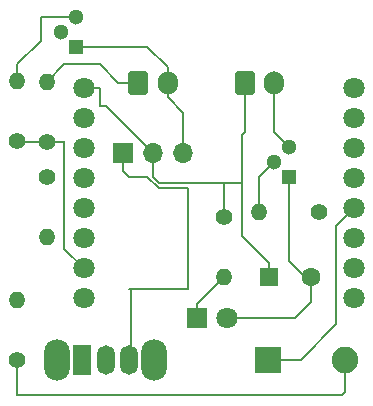
<source format=gbr>
%TF.GenerationSoftware,KiCad,Pcbnew,9.0.0*%
%TF.CreationDate,2025-05-01T09:51:15-03:00*%
%TF.ProjectId,Mini D1 Puck,4d696e69-2044-4312-9050-75636b2e6b69,rev?*%
%TF.SameCoordinates,Original*%
%TF.FileFunction,Copper,L1,Top*%
%TF.FilePolarity,Positive*%
%FSLAX46Y46*%
G04 Gerber Fmt 4.6, Leading zero omitted, Abs format (unit mm)*
G04 Created by KiCad (PCBNEW 9.0.0) date 2025-05-01 09:51:15*
%MOMM*%
%LPD*%
G01*
G04 APERTURE LIST*
G04 Aperture macros list*
%AMRoundRect*
0 Rectangle with rounded corners*
0 $1 Rounding radius*
0 $2 $3 $4 $5 $6 $7 $8 $9 X,Y pos of 4 corners*
0 Add a 4 corners polygon primitive as box body*
4,1,4,$2,$3,$4,$5,$6,$7,$8,$9,$2,$3,0*
0 Add four circle primitives for the rounded corners*
1,1,$1+$1,$2,$3*
1,1,$1+$1,$4,$5*
1,1,$1+$1,$6,$7*
1,1,$1+$1,$8,$9*
0 Add four rect primitives between the rounded corners*
20,1,$1+$1,$2,$3,$4,$5,0*
20,1,$1+$1,$4,$5,$6,$7,0*
20,1,$1+$1,$6,$7,$8,$9,0*
20,1,$1+$1,$8,$9,$2,$3,0*%
G04 Aperture macros list end*
%TA.AperFunction,ComponentPad*%
%ADD10C,1.400000*%
%TD*%
%TA.AperFunction,ComponentPad*%
%ADD11O,1.400000X1.400000*%
%TD*%
%TA.AperFunction,ComponentPad*%
%ADD12C,2.250000*%
%TD*%
%TA.AperFunction,ComponentPad*%
%ADD13R,2.250000X2.250000*%
%TD*%
%TA.AperFunction,ComponentPad*%
%ADD14R,1.300000X1.300000*%
%TD*%
%TA.AperFunction,ComponentPad*%
%ADD15C,1.300000*%
%TD*%
%TA.AperFunction,ComponentPad*%
%ADD16C,1.800000*%
%TD*%
%TA.AperFunction,ComponentPad*%
%ADD17O,2.200000X3.500000*%
%TD*%
%TA.AperFunction,ComponentPad*%
%ADD18R,1.500000X2.500000*%
%TD*%
%TA.AperFunction,ComponentPad*%
%ADD19O,1.500000X2.500000*%
%TD*%
%TA.AperFunction,ComponentPad*%
%ADD20R,1.800000X1.800000*%
%TD*%
%TA.AperFunction,ComponentPad*%
%ADD21RoundRect,0.250000X-0.600000X-0.750000X0.600000X-0.750000X0.600000X0.750000X-0.600000X0.750000X0*%
%TD*%
%TA.AperFunction,ComponentPad*%
%ADD22O,1.700000X2.000000*%
%TD*%
%TA.AperFunction,ComponentPad*%
%ADD23R,1.600000X1.600000*%
%TD*%
%TA.AperFunction,ComponentPad*%
%ADD24C,1.600000*%
%TD*%
%TA.AperFunction,ComponentPad*%
%ADD25R,1.700000X1.700000*%
%TD*%
%TA.AperFunction,ComponentPad*%
%ADD26O,1.700000X1.700000*%
%TD*%
%TA.AperFunction,Conductor*%
%ADD27C,0.200000*%
%TD*%
G04 APERTURE END LIST*
D10*
%TO.P,R6,1*%
%TO.N,N/C*%
X171500000Y-83000000D03*
D11*
%TO.P,R6,2*%
X171500000Y-77920000D03*
%TD*%
D12*
%TO.P,SW2,2*%
%TO.N,N/C*%
X199250000Y-83000000D03*
D13*
%TO.P,SW2,1*%
X192750000Y-83000000D03*
%TD*%
D11*
%TO.P,R5,2*%
%TO.N,N/C*%
X174000000Y-72580000D03*
D10*
%TO.P,R5,1*%
X174000000Y-67500000D03*
%TD*%
D14*
%TO.P,Q2,1*%
%TO.N,N/C*%
X176500000Y-56500000D03*
D15*
%TO.P,Q2,2*%
X175230000Y-55230000D03*
%TO.P,Q2,3*%
X176500000Y-53960000D03*
%TD*%
D14*
%TO.P,Q1,1*%
%TO.N,N/C*%
X194500000Y-67500000D03*
D15*
%TO.P,Q1,2*%
X193230000Y-66230000D03*
%TO.P,Q1,3*%
X194500000Y-64960000D03*
%TD*%
D16*
%TO.P,U1,1*%
%TO.N,N/C*%
X177140000Y-77780000D03*
%TO.P,U1,2*%
X177140000Y-75240000D03*
%TO.P,U1,3*%
X177140000Y-72700000D03*
%TO.P,U1,4*%
X177140000Y-70160000D03*
%TO.P,U1,5*%
X177140000Y-67620000D03*
%TO.P,U1,6*%
X177140000Y-65080000D03*
%TO.P,U1,7*%
X177140000Y-62540000D03*
%TO.P,U1,8*%
X177140000Y-60000000D03*
%TO.P,U1,9*%
X200000000Y-60000000D03*
%TO.P,U1,10*%
X200000000Y-62540000D03*
%TO.P,U1,11*%
X200000000Y-65080000D03*
%TO.P,U1,12*%
X200000000Y-67620000D03*
%TO.P,U1,13*%
X200000000Y-70160000D03*
%TO.P,U1,14*%
X200000000Y-72700000D03*
%TO.P,U1,15*%
X200000000Y-75240000D03*
%TO.P,U1,16*%
X200000000Y-77780000D03*
%TD*%
D17*
%TO.P,SW1,*%
%TO.N,*%
X174900000Y-83000000D03*
X183100000Y-83000000D03*
D18*
%TO.P,SW1,1*%
%TO.N,N/C*%
X177000000Y-83000000D03*
D19*
%TO.P,SW1,2*%
X179000000Y-83000000D03*
%TO.P,SW1,3*%
X181000000Y-83000000D03*
%TD*%
D10*
%TO.P,R3,1*%
%TO.N,N/C*%
X174000000Y-64540000D03*
D11*
%TO.P,R3,2*%
X174000000Y-59460000D03*
%TD*%
D20*
%TO.P,D1,1*%
%TO.N,N/C*%
X186730000Y-79500000D03*
D16*
%TO.P,D1,2*%
X189270000Y-79500000D03*
%TD*%
D10*
%TO.P,R2,1*%
%TO.N,N/C*%
X189000000Y-70960000D03*
D11*
%TO.P,R2,2*%
X189000000Y-76040000D03*
%TD*%
D21*
%TO.P,B,1*%
%TO.N,N/C*%
X181750000Y-59532500D03*
D22*
%TO.P,B,2*%
X184250000Y-59532500D03*
%TD*%
D23*
%TO.P,C1,1*%
%TO.N,N/C*%
X192847349Y-76000000D03*
D24*
%TO.P,C1,2*%
X196347349Y-76000000D03*
%TD*%
D25*
%TO.P,J1,1*%
%TO.N,N/C*%
X180500000Y-65500000D03*
D26*
%TO.P,J1,2*%
X183040000Y-65500000D03*
%TO.P,J1,3*%
X185580000Y-65500000D03*
%TD*%
D21*
%TO.P,M,1*%
%TO.N,N/C*%
X190750000Y-59532500D03*
D22*
%TO.P,M,2*%
X193250000Y-59532500D03*
%TD*%
D10*
%TO.P,R4,1*%
%TO.N,N/C*%
X171500000Y-64500000D03*
D11*
%TO.P,R4,2*%
X171500000Y-59420000D03*
%TD*%
D10*
%TO.P,R1,1*%
%TO.N,N/C*%
X197040000Y-70500000D03*
D11*
%TO.P,R1,2*%
X191960000Y-70500000D03*
%TD*%
D27*
%TO.N,*%
X174000000Y-59460000D02*
X175460000Y-58000000D01*
X180032500Y-59532500D02*
X181750000Y-59532500D01*
X175460000Y-58000000D02*
X178500000Y-58000000D01*
X178500000Y-58000000D02*
X180032500Y-59532500D01*
X178500000Y-60000000D02*
X178500000Y-61500000D01*
X178500000Y-61500000D02*
X179040000Y-61500000D01*
X179040000Y-61500000D02*
X183040000Y-65500000D01*
X177140000Y-60000000D02*
X178500000Y-60000000D01*
X198500000Y-80000000D02*
X198500000Y-71660000D01*
X198500000Y-71660000D02*
X200000000Y-70160000D01*
X199740000Y-75500000D02*
X200000000Y-75240000D01*
X192750000Y-83000000D02*
X195500000Y-83000000D01*
X195500000Y-83000000D02*
X198500000Y-80000000D01*
X199250000Y-83000000D02*
X199250000Y-85750000D01*
X199000000Y-86000000D02*
X171500000Y-86000000D01*
X199250000Y-85750000D02*
X199000000Y-86000000D01*
X171500000Y-86000000D02*
X171500000Y-83000000D01*
X171500000Y-58000000D02*
X173500000Y-56000000D01*
X184250000Y-60750000D02*
X185580000Y-62080000D01*
X185580000Y-62080000D02*
X185580000Y-65500000D01*
X189000000Y-68000000D02*
X190500000Y-68000000D01*
X189000000Y-68000000D02*
X189000000Y-70960000D01*
X190500000Y-72500000D02*
X190500000Y-68000000D01*
X181100000Y-77100000D02*
X181100000Y-81900000D01*
X172040000Y-64540000D02*
X174000000Y-64540000D01*
X193250000Y-59532500D02*
X193250000Y-63710000D01*
X190500000Y-72500000D02*
X192847349Y-74847349D01*
X186000000Y-77000000D02*
X181000000Y-77000000D01*
X183040000Y-67540000D02*
X183500000Y-68000000D01*
X193230000Y-66230000D02*
X191960000Y-67500000D01*
X190500000Y-64000000D02*
X190750000Y-63750000D01*
X175460000Y-64540000D02*
X175500000Y-64500000D01*
X174000000Y-64540000D02*
X175460000Y-64540000D01*
X181000000Y-77000000D02*
X181100000Y-77100000D01*
X180500000Y-65500000D02*
X180500000Y-67000000D01*
X171500000Y-59420000D02*
X171500000Y-58000000D01*
X180500000Y-67000000D02*
X181000000Y-67500000D01*
X189000000Y-76040000D02*
X186730000Y-78310000D01*
X181100000Y-81900000D02*
X181000000Y-82000000D01*
X184250000Y-58250000D02*
X184250000Y-59532500D01*
X194500000Y-74652651D02*
X196347349Y-76500000D01*
X190750000Y-63750000D02*
X190750000Y-59532500D01*
X176500000Y-56500000D02*
X182500000Y-56500000D01*
X186730000Y-78310000D02*
X186730000Y-79500000D01*
X182500000Y-56500000D02*
X184250000Y-58250000D01*
X194500000Y-67500000D02*
X194500000Y-74652651D01*
X186000000Y-68500000D02*
X186000000Y-77000000D01*
X183500000Y-68000000D02*
X189000000Y-68000000D01*
X181677500Y-59460000D02*
X181750000Y-59532500D01*
X173500000Y-56000000D02*
X173500000Y-53960000D01*
X173500000Y-53960000D02*
X176500000Y-53960000D01*
X191960000Y-67500000D02*
X191960000Y-71000000D01*
X183040000Y-65500000D02*
X183040000Y-67540000D01*
X193250000Y-63710000D02*
X194500000Y-64960000D01*
X196347349Y-78152651D02*
X195000000Y-79500000D01*
X175500000Y-73600000D02*
X177140000Y-75240000D01*
X172000000Y-64500000D02*
X172040000Y-64540000D01*
X183500000Y-68500000D02*
X186000000Y-68500000D01*
X195000000Y-79500000D02*
X189270000Y-79500000D01*
X182500000Y-67500000D02*
X183500000Y-68500000D01*
X192847349Y-74847349D02*
X192847349Y-76500000D01*
X190500000Y-68000000D02*
X190500000Y-64000000D01*
X175500000Y-64500000D02*
X175500000Y-73600000D01*
X181000000Y-67500000D02*
X182500000Y-67500000D01*
X196347349Y-76500000D02*
X196347349Y-78152651D01*
X171500000Y-64500000D02*
X172000000Y-64500000D01*
X184250000Y-59532500D02*
X184250000Y-60750000D01*
%TD*%
M02*

</source>
